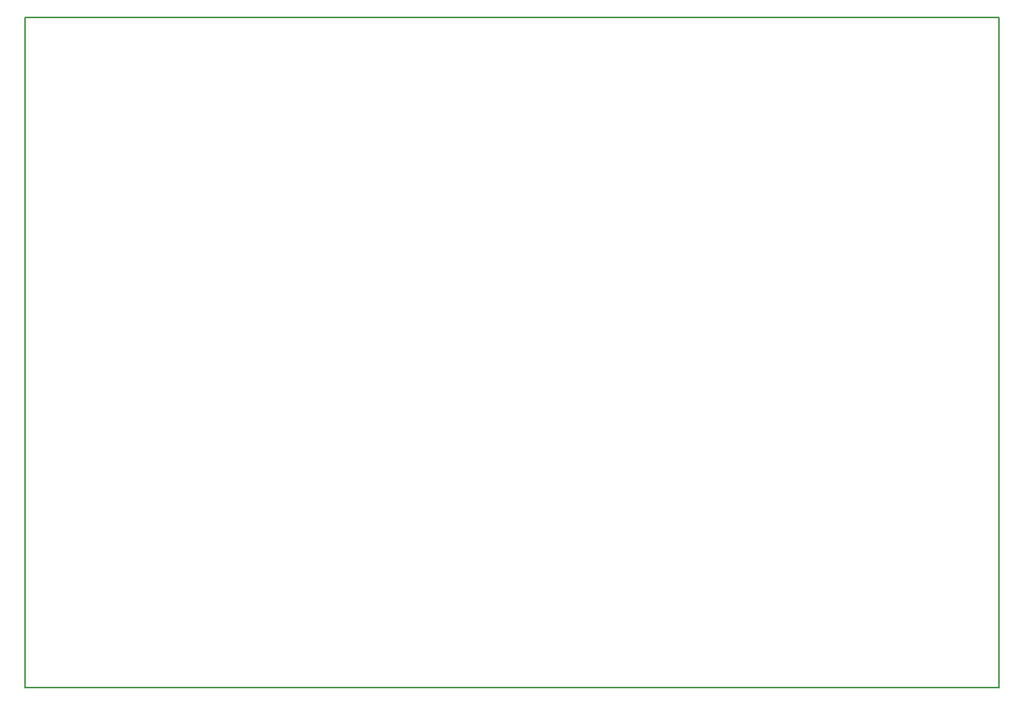
<source format=gbr>
G04 (created by PCBNEW (2014-01-10 BZR 4027)-stable) date Wed 15 Apr 2015 19:22:48 CEST*
%MOIN*%
G04 Gerber Fmt 3.4, Leading zero omitted, Abs format*
%FSLAX34Y34*%
G01*
G70*
G90*
G04 APERTURE LIST*
%ADD10C,0.00590551*%
G04 APERTURE END LIST*
G54D10*
X69850Y-79400D02*
X112640Y-79400D01*
X69850Y-49920D02*
X112640Y-49920D01*
X69850Y-79400D02*
X69850Y-49920D01*
X112640Y-49920D02*
X112640Y-79400D01*
M02*

</source>
